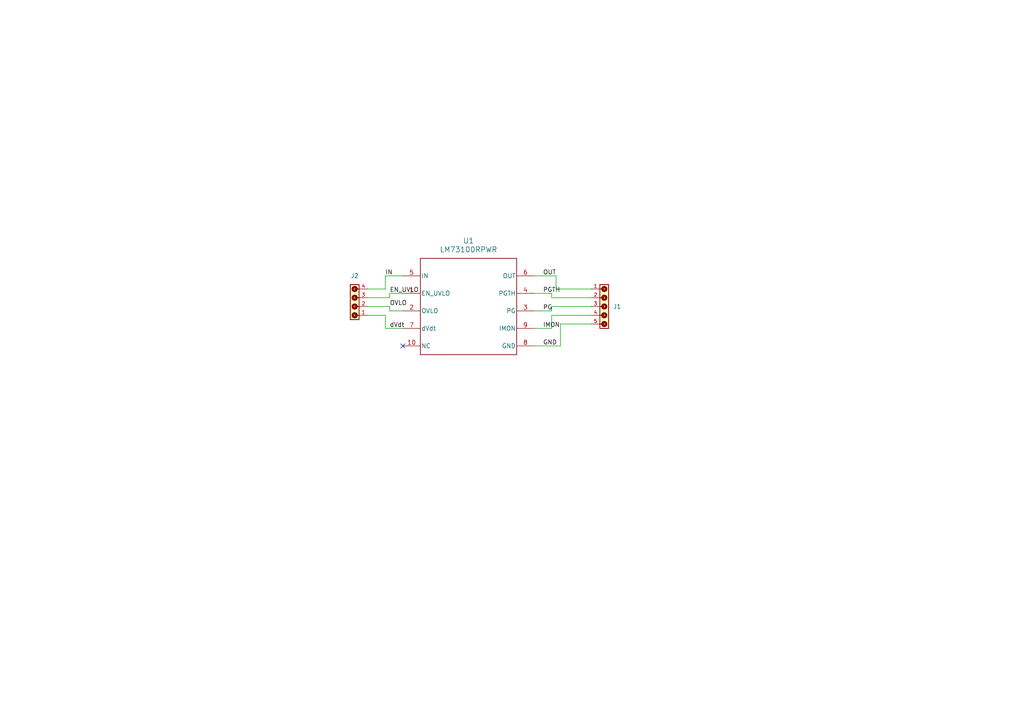
<source format=kicad_sch>
(kicad_sch (version 20231120) (generator "eeschema") (generator_version "8.0")
  (paper "A4")
  (lib_symbols
    (symbol "Capstone:6130XX11121_61300411121" (pin_names (offset 1.016))
      (property "Reference" "J" (at -7.62 -1.778 0))
      (symbol "6130XX11121_61300411121_0_0"
        (rectangle (start -6.35 -2.54) (end 3.81 0) (stroke (width 0.254)) (fill (type background)))
        (circle (center -5.08 -1.27) (radius 0.254) (stroke (width 0.635)))
        (circle (center -2.54 -1.27) (radius 0.254) (stroke (width 0.635)))
        (circle (center 0 -1.27) (radius 0.254) (stroke (width 0.635)))
        (polyline (pts (xy -5.08 -1.27) (xy -5.08 -2.54)) (stroke (width 0.254)))
        (polyline (pts (xy -2.54 -1.27) (xy -2.54 -2.54)) (stroke (width 0.254)))
        (polyline (pts (xy 0 -1.27) (xy 0 -2.54)) (stroke (width 0.254)))
        (polyline (pts (xy 2.54 -1.27) (xy 2.54 -2.54)) (stroke (width 0.254)))
        (circle (center 2.54 -1.27) (radius 0.254) (stroke (width 0.635)))
        (pin passive line (at -5.08 -5.08 90) (length 2.54) (name "~") (number "1"))
        (pin passive line (at -2.54 -5.08 90) (length 2.54) (name "~") (number "2"))
        (pin passive line (at 0 -5.08 90) (length 2.54) (name "~") (number "3"))
        (pin passive line (at 2.54 -5.08 90) (length 2.54) (name "~") (number "4"))
      )
    )
    (symbol "Capstone:6130XX11121_61300511121" (pin_names (offset 1.016))
      (property "Reference" "J" (at -7.62 -1.778 0))
      (symbol "6130XX11121_61300511121_0_0"
        (rectangle (start -6.35 -2.54) (end 6.35 0) (stroke (width 0.254)) (fill (type background)))
        (circle (center -5.08 -1.27) (radius 0.254) (stroke (width 0.635)))
        (circle (center -2.54 -1.27) (radius 0.254) (stroke (width 0.635)))
        (circle (center 0 -1.27) (radius 0.254) (stroke (width 0.635)))
        (polyline (pts (xy -5.08 -1.27) (xy -5.08 -2.54)) (stroke (width 0.254)))
        (polyline (pts (xy -2.54 -1.27) (xy -2.54 -2.54)) (stroke (width 0.254)))
        (polyline (pts (xy 0 -1.27) (xy 0 -2.54)) (stroke (width 0.254)))
        (polyline (pts (xy 2.54 -1.27) (xy 2.54 -2.54)) (stroke (width 0.254)))
        (polyline (pts (xy 5.08 -1.27) (xy 5.08 -2.54)) (stroke (width 0.254)))
        (circle (center 2.54 -1.27) (radius 0.254) (stroke (width 0.635)))
        (circle (center 5.08 -1.27) (radius 0.254) (stroke (width 0.635)))
        (pin passive line (at -5.08 -5.08 90) (length 2.54) (name "~") (number "1"))
        (pin passive line (at -2.54 -5.08 90) (length 2.54) (name "~") (number "2"))
        (pin passive line (at 0 -5.08 90) (length 2.54) (name "~") (number "3"))
        (pin passive line (at 2.54 -5.08 90) (length 2.54) (name "~") (number "4"))
        (pin passive line (at 5.08 -5.08 90) (length 2.54) (name "~") (number "5"))
      )
    )
    (symbol "Capstone:LM73100RPWR" (pin_names (offset 0.254))
      (property "Reference" "U" (at 6.096 6.604 0))
      (property "Value" "LM73100RPWR" (at 18.288 6.35 0))
      (symbol "LM73100RPWR_0_1"
        (polyline (pts (xy 5.08 -22.86) (xy 33.02 -22.86)) (stroke (width 0.2032)))
        (polyline (pts (xy 5.08 5.08) (xy 5.08 -22.86)) (stroke (width 0.2032)))
        (polyline (pts (xy 33.02 -22.86) (xy 33.02 5.08)) (stroke (width 0.2032)))
        (polyline (pts (xy 33.02 5.08) (xy 5.08 5.08)) (stroke (width 0.2032)))
        (pin input line (at 0 -5.08 0) (length 5.08) (name "EN_UVLO") (number "1"))
        (pin unspecified line (at 0 -20.32 0) (length 5.08) (name "NC") (number "10"))
        (pin input line (at 0 -10.16 0) (length 5.08) (name "OVLO") (number "2"))
        (pin output line (at 38.1 -10.16 180) (length 5.08) (name "PG") (number "3"))
        (pin input line (at 38.1 -5.08 180) (length 5.08) (name "PGTH") (number "4"))
        (pin power_in line (at 0 0 0) (length 5.08) (name "IN") (number "5"))
        (pin power_in line (at 38.1 0 180) (length 5.08) (name "OUT") (number "6"))
        (pin output line (at 0 -15.24 0) (length 5.08) (name "dVdt") (number "7"))
        (pin power_in line (at 38.1 -20.32 180) (length 5.08) (name "GND") (number "8"))
        (pin output line (at 38.1 -15.24 180) (length 5.08) (name "IMON") (number "9"))
      )
    )
  )
  (no_connect (at 116.84 100.33))
  (wire (pts (xy 106.68 91.44) (xy 111.76 91.44)))
  (wire (pts (xy 160.02 95.25) (xy 160.02 91.44)))
  (wire (pts (xy 113.03 85.09) (xy 116.84 85.09)))
  (wire (pts (xy 111.76 83.82) (xy 111.76 80.01)))
  (wire (pts (xy 111.76 91.44) (xy 111.76 95.25)))
  (wire (pts (xy 160.02 85.09) (xy 160.02 86.36)))
  (wire (pts (xy 154.94 90.17) (xy 160.02 90.17)))
  (wire (pts (xy 106.68 83.82) (xy 111.76 83.82)))
  (wire (pts (xy 160.02 91.44) (xy 171.45 91.44)))
  (wire (pts (xy 162.56 93.98) (xy 171.45 93.98)))
  (wire (pts (xy 113.03 90.17) (xy 116.84 90.17)))
  (wire (pts (xy 111.76 80.01) (xy 116.84 80.01)))
  (wire (pts (xy 111.76 95.25) (xy 116.84 95.25)))
  (wire (pts (xy 160.02 88.9) (xy 171.45 88.9)))
  (wire (pts (xy 162.56 100.33) (xy 162.56 93.98)))
  (wire (pts (xy 106.68 86.36) (xy 113.03 86.36)))
  (wire (pts (xy 154.94 95.25) (xy 160.02 95.25)))
  (wire (pts (xy 154.94 100.33) (xy 162.56 100.33)))
  (wire (pts (xy 106.68 88.9) (xy 113.03 88.9)))
  (wire (pts (xy 161.29 83.82) (xy 171.45 83.82)))
  (wire (pts (xy 154.94 80.01) (xy 161.29 80.01)))
  (wire (pts (xy 113.03 88.9) (xy 113.03 90.17)))
  (wire (pts (xy 161.29 80.01) (xy 161.29 83.82)))
  (wire (pts (xy 154.94 85.09) (xy 160.02 85.09)))
  (wire (pts (xy 160.02 90.17) (xy 160.02 88.9)))
  (wire (pts (xy 113.03 86.36) (xy 113.03 85.09)))
  (wire (pts (xy 160.02 86.36) (xy 171.45 86.36)))
  (label "PG" (at 157.48 90.17 0))
  (label "OUT" (at 157.48 80.01 0))
  (label "OVLO" (at 113.03 88.9 0))
  (label "IN" (at 111.76 80.01 0))
  (label "PGTH" (at 157.48 85.09 0))
  (label "EN_UVLO" (at 113.03 85.09 0))
  (label "dVdt" (at 113.03 95.25 0))
  (label "IMON" (at 157.48 95.25 0))
  (label "GND" (at 157.48 100.33 0))
  (symbol (lib_id "Capstone:LM73100RPWR") (at 116.84 80.01 0) (unit 1)
    (property "Reference" "U1" (at 135.89 69.85 0) (effects (font (size 1.524 1.524))))
    (property "Value" "LM73100RPWR" (at 135.89 72.39 0) (effects (font (size 1.524 1.524))))
    (property "Footprint" "Capstone:RPW0010A-MFG" (effects (hide yes)))
    (property "Datasheet" "LM73100RPWR" (effects (hide yes)))
  )
  (symbol (lib_id "Capstone:6130XX11121_61300511121") (at 176.53 88.9 270) (unit 1)
    (property "Reference" "J1" (at 177.8 88.8999 90) (effects (justify left)))
    (property "Value" "61300511121" (effects (hide yes)))
    (property "Footprint" "Capstone:61300511121" (effects (hide yes)))
    (property "ROWS" "Single" (effects (hide yes)))
    (property "GENDER" "Pin Header" (effects (hide yes)))
    (property "MOUNT" "THT" (effects (hide yes)))
    (property "IR" "3A" (effects (hide yes)))
    (property "PACKAGING" "Bag" (effects (hide yes)))
    (property "PART-NUMBER" "61300511121" (effects (hide yes)))
    (property "DATASHEET-URL" "https://www.we-online.com/redexpert/spec/61300511121?ae" (effects (hide yes)))
    (property "PITCH" "2.54mm" (effects (hide yes)))
    (property "PINS" "5" (effects (hide yes)))
    (property "TYPE" "Straight" (effects (hide yes)))
  )
  (symbol (lib_id "Capstone:6130XX11121_61300411121") (at 101.6 86.36 90) (unit 1)
    (property "Reference" "J2" (at 102.87 80.01 90))
    (property "Value" "61300411121" (effects (hide yes)))
    (property "Footprint" "Capstone:61300411121" (effects (hide yes)))
    (property "ROWS" "Single" (effects (hide yes)))
    (property "GENDER" "Pin Header" (effects (hide yes)))
    (property "MOUNT" "THT" (effects (hide yes)))
    (property "IR" "3A" (effects (hide yes)))
    (property "PACKAGING" "Bag" (effects (hide yes)))
    (property "PART-NUMBER" "61300411121" (effects (hide yes)))
    (property "DATASHEET-URL" "https://www.we-online.com/redexpert/spec/61300411121?ae" (effects (hide yes)))
    (property "PITCH" "2.54mm" (effects (hide yes)))
    (property "PINS" "4" (effects (hide yes)))
    (property "TYPE" "Straight" (effects (hide yes)))
  )
)
</source>
